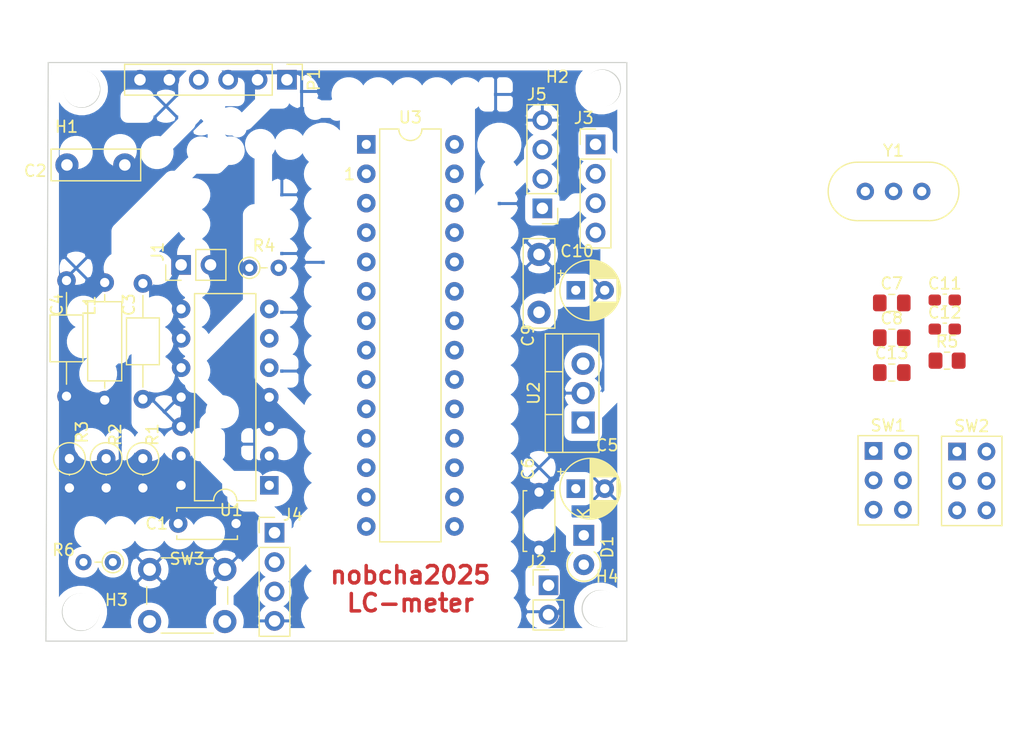
<source format=kicad_pcb>
(kicad_pcb (version 20221018) (generator pcbnew)
  (title_block (date "jeu. 02 avril 2015"))
  (layers (0 "F.Cu" signal) (31 "B.Cu" signal) (34 "B.Paste" user) (35 "F.Paste" user) (36 "B.SilkS" user "B.Silkscreen") (37 "F.SilkS" user "F.Silkscreen") (38 "B.Mask" user) (39 "F.Mask" user) (44 "Edge.Cuts" user))
  (net 0 "")
  (net 1 "/1(Tx)")
  (net 2 "/0(Rx)")
  (net 3 "/Reset")
  (net 4 "GND")
  (net 5 "/2")
  (net 6 "/3(**)")
  (net 7 "/4")
  (net 8 "/5(**)")
  (net 9 "/6(**)")
  (net 10 "/7")
  (net 11 "/8")
  (net 12 "/9(**)")
  (net 13 "Net-(D1-K)")
  (net 14 "/Vin")
  (net 15 "+5V")
  (net 16 "/A5")
  (net 17 "/A4")
  (net 18 "/A3")
  (net 19 "/A2")
  (net 20 "/A1")
  (net 21 "/A0")
  (net 22 "/13(SCK)")
  (net 23 "Net-(SW1A-A)")
  (net 24 "Net-(J3-Pin_4)")
  (net 25 "Net-(D1-A)")
  (net 26 "/12(MISO)")
  (net 27 "Net-(SW1A-C)")
  (net 28 "Net-(R1-Pad1)")
  (net 29 "/10(**{slash}SS)")
  (net 30 "/11(**{slash}MOSI)")
  (net 34 "Net-(U3-AREF)")
  (net 35 "VCC")
  (net 36 "Net-(U3-XTAL2{slash}PB7)")
  (net 37 "Net-(U3-XTAL1{slash}PB6)")
  (net 38 "/DTR")
  (net 39 "/A4(SDA)")
  (net 40 "/A5(SCL)")
  (net 41 "Net-(C2-Pad2)")
  (net 42 "Net-(C3-Pad1)")
  (net 43 "Net-(J1-Pin_1)")
  (net 44 "Net-(R2-Pad1)")
  (footprint "Resistor_THT:R_Axial_DIN0207_L6.3mm_D2.5mm_P2.54mm_Vertical" (layer "F.Cu") (at 123.882 95.823 -90)
    (fp_text reference "R1" (at -2.065 -0.819 270) (layer "F.SilkS"))
    (fp_text value "1M")
    (pad "1" thru_hole circle (at 0 0 270) (size 1.6 1.6) (drill 0.8) (layers "*.Cu" "*.Mask") (net 28 "Net-(R1-Pad1)"))
    (pad "2" thru_hole oval (at 2.54 0 270) (size 1.6 1.6) (drill 0.8) (layers "*.Cu" "*.Mask") (net 41 "Net-(C2-Pad2)"))
  )
  (footprint "Package_TO_SOT_THT:TO-220-3_Vertical" (layer "F.Cu") (at 161.925 92.71 90)
    (fp_text reference "U2" (at 2.54 -4.27 90) (layer "F.SilkS"))
    (fp_text value "LM78M05_TO220")
    (pad "1" thru_hole rect (at 0 0 90) (size 1.905 2) (drill 1.1) (layers "*.Cu" "*.Mask") (net 13 "Net-(D1-K)"))
    (pad "2" thru_hole oval (at 2.54 0 90) (size 1.905 2) (drill 1.1) (layers "*.Cu" "*.Mask") (net 4 "GND"))
    (pad "3" thru_hole oval (at 5.08 0 90) (size 1.905 2) (drill 1.1) (layers "*.Cu" "*.Mask") (net 24 "Net-(J3-Pin_4)"))
  )
  (footprint "Package_DIP:DIP-14_W7.62mm" (layer "F.Cu") (at 134.804 98.138 180)
    (fp_text reference "U1" (at 3.29 -2.135 180) (layer "F.SilkS"))
    (fp_text value "74HCU04")
    (pad "1" thru_hole rect (at 0 0 180) (size 1.6 1.6) (drill 0.8) (layers "*.Cu" "*.Mask") (net 4 "GND"))
    (pad "2" thru_hole oval (at 0 2.54 180) (size 1.6 1.6) (drill 0.8) (layers "*.Cu" "*.Mask"))
    (pad "3" thru_hole oval (at 0 5.08 180) (size 1.6 1.6) (drill 0.8) (layers "*.Cu" "*.Mask") (net 4 "GND"))
    (pad "4" thru_hole oval (at 0 7.62 180) (size 1.6 1.6) (drill 0.8) (layers "*.Cu" "*.Mask"))
    (pad "5" thru_hole oval (at 0 10.16 180) (size 1.6 1.6) (drill 0.8) (layers "*.Cu" "*.Mask") (net 4 "GND"))
    (pad "6" thru_hole oval (at 0 12.7 180) (size 1.6 1.6) (drill 0.8) (layers "*.Cu" "*.Mask"))
    (pad "7" thru_hole oval (at 0 15.24 180) (size 1.6 1.6) (drill 0.8) (layers "*.Cu" "*.Mask") (net 4 "GND"))
    (pad "8" thru_hole oval (at 7.62 15.24 180) (size 1.6 1.6) (drill 0.8) (layers "*.Cu" "*.Mask") (net 8 "/5(**)"))
    (pad "9" thru_hole oval (at 7.62 12.7 180) (size 1.6 1.6) (drill 0.8) (layers "*.Cu" "*.Mask") (net 44 "Net-(R2-Pad1)"))
    (pad "10" thru_hole oval (at 7.62 10.16 180) (size 1.6 1.6) (drill 0.8) (layers "*.Cu" "*.Mask") (net 44 "Net-(R2-Pad1)"))
    (pad "11" thru_hole oval (at 7.62 7.62 180) (size 1.6 1.6) (drill 0.8) (layers "*.Cu" "*.Mask") (net 28 "Net-(R1-Pad1)"))
    (pad "12" thru_hole oval (at 7.62 5.08 180) (size 1.6 1.6) (drill 0.8) (layers "*.Cu" "*.Mask") (net 28 "Net-(R1-Pad1)"))
    (pad "13" thru_hole oval (at 7.62 2.54 180) (size 1.6 1.6) (drill 0.8) (layers "*.Cu" "*.Mask") (net 41 "Net-(C2-Pad2)"))
    (pad "14" thru_hole oval (at 7.62 0 180) (size 1.6 1.6) (drill 0.8) (layers "*.Cu" "*.Mask") (net 15 "+5V"))
  )
  (footprint "Inductor_THT:L_Axial_L6.6mm_D2.7mm_P10.16mm_Horizontal_Vishay_IM-2" (layer "F.Cu") (at 120.58 90.772 90)
    (fp_text reference "L1" (at 8.161 -1.32 90) (layer "F.SilkS"))
    (fp_text value "22u")
    (pad "1" thru_hole circle (at 0 0 90) (size 1.6 1.6) (drill 0.8) (layers "*.Cu" "*.Mask") (net 27 "Net-(SW1A-C)"))
    (pad "2" thru_hole oval (at 10.16 0 90) (size 1.6 1.6) (drill 0.8) (layers "*.Cu" "*.Mask") (net 23 "Net-(SW1A-A)"))
  )
  (footprint "Capacitor_THT:C_Disc_D7.5mm_W2.5mm_P5.00mm" (layer "F.Cu") (at 158.115 83.185 90)
    (fp_text reference "C9" (at -1.999 -0.959 90) (layer "F.SilkS"))
    (fp_text value "0.1u")
    (pad "1" thru_hole circle (at 0 0 90) (size 2 2) (drill 1) (layers "*.Cu" "*.Mask") (net 24 "Net-(J3-Pin_4)"))
    (pad "2" thru_hole circle (at 5 0 90) (size 2 2) (drill 1) (layers "*.Cu" "*.Mask") (net 4 "GND"))
  )
  (footprint "Capacitor_THT:C_Disc_D7.5mm_W2.5mm_P5.00mm" (layer "F.Cu") (at 117.318 70.452)
    (fp_text reference "C2" (at -2.737 0.508) (layer "F.SilkS"))
    (fp_text value "0.1u")
    (pad "1" thru_hole circle (at 0 0) (size 2 2) (drill 1) (layers "*.Cu" "*.Mask") (net 23 "Net-(SW1A-A)"))
    (pad "2" thru_hole circle (at 5 0) (size 2 2) (drill 1) (layers "*.Cu" "*.Mask") (net 41 "Net-(C2-Pad2)"))
  )
  (footprint "Capacitor_THT:C_Disc_D5.0mm_W2.5mm_P5.00mm" (layer "F.Cu") (at 131.93 101.44 180)
    (fp_text reference "C1" (at 6.858 0 180) (layer "F.SilkS"))
    (fp_text value "0.1u")
    (pad "1" thru_hole circle (at 0 0 180) (size 1.6 1.6) (drill 0.8) (layers "*.Cu" "*.Mask") (net 15 "+5V"))
    (pad "2" thru_hole circle (at 5 0 180) (size 1.6 1.6) (drill 0.8) (layers "*.Cu" "*.Mask") (net 4 "GND"))
  )
  (footprint "Capacitor_THT:C_Disc_D5.0mm_W2.5mm_P5.00mm" (layer "F.Cu") (at 158.115 103.726 90)
    (fp_text reference "C6" (at 7.018 -0.959 90) (layer "F.SilkS"))
    (fp_text value "0.1u")
    (pad "1" thru_hole circle (at 0 0 90) (size 1.6 1.6) (drill 0.8) (layers "*.Cu" "*.Mask") (net 13 "Net-(D1-K)"))
    (pad "2" thru_hole circle (at 5 0 90) (size 1.6 1.6) (drill 0.8) (layers "*.Cu" "*.Mask") (net 4 "GND"))
  )
  (footprint "Capacitor_THT:C_Axial_L3.8mm_D2.6mm_P10.00mm_Horizontal" (layer "F.Cu") (at 123.882 90.692 90)
    (fp_text reference "C3" (at 8.161 -1.213 90) (layer "F.SilkS"))
    (fp_text value "1000p")
    (pad "1" thru_hole circle (at 0 0 90) (size 1.6 1.6) (drill 0.8) (layers "*.Cu" "*.Mask") (net 42 "Net-(C3-Pad1)"))
    (pad "2" thru_hole oval (at 10 0 90) (size 1.6 1.6) (drill 0.8) (layers "*.Cu" "*.Mask") (net 23 "Net-(SW1A-A)"))
  )
  (footprint "Capacitor_THT:CP_Radial_D5.0mm_P2.50mm" (layer "F.Cu") (at 161.29 98.425)
    (fp_text reference "C5" (at 2.71 -3.75) (layer "F.SilkS"))
    (fp_text value "10u")
    (pad "1" thru_hole rect (at 0 0) (size 1.6 1.6) (drill 0.8) (layers "*.Cu" "*.Mask") (net 13 "Net-(D1-K)"))
    (pad "2" thru_hole circle (at 2.5 0) (size 1.6 1.6) (drill 0.8) (layers "*.Cu" "*.Mask") (net 4 "GND"))
  )
  (footprint "Capacitor_THT:CP_Radial_D5.0mm_P2.50mm" (layer "F.Cu") (at 161.29 81.28)
    (fp_text reference "C10" (at 0.11 -3.38) (layer "F.SilkS"))
    (fp_text value "10u")
    (pad "1" thru_hole rect (at 0 0) (size 1.6 1.6) (drill 0.8) (layers "*.Cu" "*.Mask") (net 24 "Net-(J3-Pin_4)"))
    (pad "2" thru_hole circle (at 2.5 0) (size 1.6 1.6) (drill 0.8) (layers "*.Cu" "*.Mask") (net 4 "GND"))
  )
  (footprint "Button_Switch_THT:SW_PUSH_6mm_H4.3mm" (layer "F.Cu") (at 124.46 105.41)
    (fp_text reference "SW3" (at 3.25 -0.922) (layer "F.SilkS"))
    (fp_text value "RESET")
    (pad "1" thru_hole circle (at 0 0 90) (size 2 2) (drill 1.1) (layers "*.Cu" "*.Mask") (net 4 "GND"))
    (pad "1" thru_hole circle (at 6.5 0 90) (size 2 2) (drill 1.1) (layers "*.Cu" "*.Mask") (net 4 "GND"))
    (pad "2" thru_hole circle (at 0 4.5 90) (size 2 2) (drill 1.1) (layers "*.Cu" "*.Mask") (net 3 "/Reset"))
    (pad "2" thru_hole circle (at 6.5 4.5 90) (size 2 2) (drill 1.1) (layers "*.Cu" "*.Mask") (net 3 "/Reset"))
  )
  (footprint "Capacitor_THT:C_Axial_L3.8mm_D2.6mm_P10.00mm_Horizontal" (layer "F.Cu") (at 117.278 90.438 90)
    (fp_text reference "C4" (at 7.907 -0.832 90) (layer "F.SilkS"))
    (fp_text value "470p")
    (pad "1" thru_hole circle (at 0 0 90) (size 1.6 1.6) (drill 0.8) (layers "*.Cu" "*.Mask") (net 4 "GND"))
    (pad "2" thru_hole oval (at 10 0 90) (size 1.6 1.6) (drill 0.8) (layers "*.Cu" "*.Mask") (net 23 "Net-(SW1A-A)"))
  )
  (footprint "Diode_THT:D_A-405_P2.54mm_Vertical_KathodeUp" (layer "F.Cu") (at 161.982 102.456 -90)
    (fp_text reference "D1" (at 1.016 -2.032 270) (layer "F.SilkS"))
    (fp_text value "1S1588")
    (fp_text user "K" (at -1.9 0 270) (layer "F.SilkS"))
    (pad "1" thru_hole rect (at 0 0 270) (size 1.8 1.8) (drill 0.9) (layers "*.Cu" "*.Mask") (net 13 "Net-(D1-K)"))
    (pad "2" thru_hole oval (at 2.54 0 270) (size 1.8 1.8) (drill 0.9) (layers "*.Cu" "*.Mask") (net 25 "Net-(D1-A)"))
  )
  (footprint "Resistor_THT:R_Axial_DIN0204_L3.6mm_D1.6mm_P2.54mm_Vertical" (layer "F.Cu") (at 133.076 79.342)
    (fp_text reference "R4" (at 1.27 -1.92) (layer "F.SilkS"))
    (fp_text value "10k")
    (pad "1" thru_hole circle (at 0 0) (size 1.4 1.4) (drill 0.7) (layers "*.Cu" "*.Mask") (net 10 "/7"))
    (pad "2" thru_hole oval (at 2.54 0) (size 1.4 1.4) (drill 0.7) (layers "*.Cu" "*.Mask") (net 15 "+5V"))
  )
  (footprint "Connector_PinHeader_2.54mm:PinHeader_1x04_P2.54mm_Vertical" (layer "F.Cu") (at 135.255 102.235)
    (fp_text reference "J4" (at 1.581 -1.557) (layer "F.SilkS"))
    (fp_text value "Conn_i2c LCD")
    (pad "1" thru_hole rect (at 0 0) (size 1.7 1.7) (drill 1) (layers "*.Cu" "*.Mask") (net 15 "+5V"))
    (pad "2" thru_hole oval (at 0 2.54) (size 1.7 1.7) (drill 1) (layers "*.Cu" "*.Mask") (net 16 "/A5"))
    (pad "3" thru_hole oval (at 0 5.08) (size 1.7 1.7) (drill 1) (layers "*.Cu" "*.Mask") (net 17 "/A4"))
    (pad "4" thru_hole oval (at 0 7.62) (size 1.7 1.7) (drill 1) (layers "*.Cu" "*.Mask") (net 4 "GND"))
  )
  (footprint "Connector_PinHeader_2.54mm:PinHeader_1x04_P2.54mm_Vertical" (layer "F.Cu") (at 158.4 74.2 180)
    (fp_text reference "J5" (at 0.482 9.844 180) (layer "F.SilkS"))
    (fp_text value "Conn_i2c LCD2")
    (pad "1" thru_hole rect (at 0 0 180) (size 1.7 1.7) (drill 1) (layers "*.Cu" "*.Mask") (net 15 "+5V"))
    (pad "2" thru_hole oval (at 0 2.54 180) (size 1.7 1.7) (drill 1) (layers "*.Cu" "*.Mask") (net 16 "/A5"))
    (pad "3" thru_hole oval (at 0 5.08 180) (size 1.7 1.7) (drill 1) (layers "*.Cu" "*.Mask") (net 17 "/A4"))
    (pad "4" thru_hole oval (at 0 7.62 180) (size 1.7 1.7) (drill 1) (layers "*.Cu" "*.Mask") (net 4 "GND"))
  )
  (footprint "Connector_PinHeader_2.54mm:PinHeader_1x02_P2.54mm_Vertical" (layer "F.Cu") (at 127.184 79.088 90)
    (fp_text reference "J1" (at 1.135 -2.032 90) (layer "F.SilkS"))
    (fp_text value "TEST")
    (pad "1" thru_hole rect (at 0 0 90) (size 1.7 1.7) (drill 1) (layers "*.Cu" "*.Mask") (net 43 "Net-(J1-Pin_1)"))
    (pad "2" thru_hole oval (at 0 2.54 90) (size 1.7 1.7) (drill 1) (layers "*.Cu" "*.Mask") (net 4 "GND"))
  )
  (footprint "Connector_PinHeader_2.54mm:PinHeader_1x02_P2.54mm_Vertical" (layer "F.Cu") (at 158.934 106.774)
    (fp_text reference "J2" (at -1.016 -2.032) (layer "F.SilkS"))
    (fp_text value "Conn_DC-IN")
    (pad "1" thru_hole rect (at 0 0) (size 1.7 1.7) (drill 1) (layers "*.Cu" "*.Mask") (net 25 "Net-(D1-A)"))
    (pad "2" thru_hole oval (at 0 2.54) (size 1.7 1.7) (drill 1) (layers "*.Cu" "*.Mask") (net 4 "GND"))
  )
  (footprint "Resistor_THT:R_Axial_DIN0207_L6.3mm_D2.5mm_P2.54mm_Vertical" (layer "F.Cu") (at 117.532 95.823 -90)
    (fp_text reference "R3" (at -2.285 -1.073 270) (layer "F.SilkS"))
    (fp_text value "500k")
    (pad "1" thru_hole circle (at 0 0 270) (size 1.6 1.6) (drill 0.8) (layers "*.Cu" "*.Mask") (net 8 "/5(**)"))
    (pad "2" thru_hole oval (at 2.54 0 270) (size 1.6 1.6) (drill 0.8) (layers "*.Cu" "*.Mask") (net 44 "Net-(R2-Pad1)"))
  )
  (footprint "Resistor_THT:R_Axial_DIN0207_L6.3mm_D2.5mm_P2.54mm_Vertical" (layer "F.Cu") (at 120.707 95.823 -90)
    (fp_text reference "R2" (at -2.065 -0.78 270) (layer "F.SilkS"))
    (fp_text value "5.6k")
    (pad "1" thru_hole circle (at 0 0 270) (size 1.6 1.6) (drill 0.8) (layers "*.Cu" "*.Mask") (net 44 "Net-(R2-Pad1)"))
    (pad "2" thru_hole oval (at 2.54 0 270) (size 1.6 1.6) (drill 0.8) (layers "*.Cu" "*.Mask") (net 23 "Net-(SW1A-A)"))
  )
  (footprint "Resistor_THT:R_Axial_DIN0204_L3.6mm_D1.6mm_P2.54mm_Vertical" (layer "F.Cu") (at 121.285 104.775 180)
    (fp_text reference "R6" (at 4.261 1.049 180) (layer "F.SilkS"))
    (fp_text value "10k")
    (pad "1" thru_hole circle (at 0 0 180) (size 1.4 1.4) (drill 0.7) (layers "*.Cu" "*.Mask") (net 15 "+5V"))
    (pad "2" thru_hole oval (at 2.54 0 180) (size 1.4 1.4) (drill 0.7) (layers "*.Cu" "*.Mask") (net 3 "/Reset"))
  )
  (footprint "Connector_PinHeader_2.54mm:PinHeader_1x04_P2.54mm_Vertical" (layer "F.Cu") (at 162.998 68.674)
    (fp_text reference "J3" (at -1.016 -2.286) (layer "F.SilkS"))
    (fp_text value "DC_SEL")
    (pad "1" thru_hole rect (at 0 0) (size 1.7 1.7) (drill 1) (layers "*.Cu" "*.Mask") (net 13 "Net-(D1-K)"))
    (pad "2" thru_hole oval (at 0 2.54) (size 1.7 1.7) (drill 1) (layers "*.Cu" "*.Mask") (net 14 "/Vin"))
    (pad "3" thru_hole oval (at 0 5.08) (size 1.7 1.7) (drill 1) (layers "*.Cu" "*.Mask") (net 15 "+5V"))
    (pad "4" thru_hole oval (at 0 7.62) (size 1.7 1.7) (drill 1) (layers "*.Cu" "*.Mask") (net 24 "Net-(J3-Pin_4)"))
  )
  (footprint "MountingHole:MountingHole_3.2mm_M3" (layer "F.Cu") (at 118.548 63.848)
    (fp_text reference "H1" (at -1.27 3.302) (layer "F.SilkS"))
    (fp_text value "MountingHole3.2")
    (pad "" np_thru_hole circle (at 0 0) (size 3.2 3.2) (drill 3.2) (layers "*.Cu" "*.Mask"))
  )
  (footprint "MountingHole:MountingHole_3.2mm_M3" (layer "F.Cu") (at 163.506 63.848)
    (fp_text reference "H2" (at -3.81 -1.016) (layer "F.SilkS"))
    (fp_text value "MountingHole3.2")
    (pad "" np_thru_hole circle (at 0 0) (size 3.2 3.2) (drill 3.2) (layers "*.Cu" "*.Mask"))
  )
  (footprint "MountingHole:MountingHole_3.2mm_M3" (layer "F.Cu") (at 118.548 109.06)
    (fp_text reference "H3" (at 3.048 -1.016) (layer "F.SilkS"))
    (fp_text value "MountingHole3.2")
    (pad "" np_thru_hole circle (at 0 0) (size 3.2 3.2) (drill 3.2) (layers "*.Cu" "*.Mask"))
  )
  (footprint "MountingHole:MountingHole_3.2mm_M3" (layer "F.Cu") (at 163.506 108.806)
    (fp_text reference "H4" (at 0.508 -2.794) (layer "F.SilkS"))
    (fp_text value "MountingHole3.2")
    (pad "" np_thru_hole circle (at 0 0) (size 3.2 3.2) (drill 3.2) (layers "*.Cu" "*.Mask"))
  )
  (footprint "Connector_PinHeader_2.54mm:PinHeader_1x06_P2.54mm_Vertical" (layer "F.Cu") (at 136.328 63.086 -90)
    (fp_text reference "P1" (at 0 -2.33 90) (layer "F.SilkS"))
    (fp_text value "COM")
    (pad "1" thru_hole rect (at 0 0 270) (size 1.7 1.7) (drill 1) (layers "*.Cu" "*.Mask") (net 38 "/DTR"))
    (pad "2" thru_hole oval (at 0 2.54 270) (size 1.7 1.7) (drill 1) (layers "*.Cu" "*.Mask") (net 1 "/1(Tx)"))
    (pad "3" thru_hole oval (at 0 5.08 270) (size 1.7 1.7) (drill 1) (layers "*.Cu" "*.Mask") (net 2 "/0(Rx)"))
    (pad "4" thru_hole oval (at 0 7.62 270) (size 1.7 1.7) (drill 1) (layers "*.Cu" "*.Mask") (net 35 "VCC"))
    (pad "5" thru_hole oval (at 0 10.16 270) (size 1.7 1.7) (drill 1) (layers "*.Cu" "*.Mask") (net 4 "GND"))
    (pad "6" thru_hole oval (at 0 12.7 270) (size 1.7 1.7) (drill 1) (layers "*.Cu" "*.Mask") (net 4 "GND"))
  )
  (footprint "Resistor_SMD:R_0805_2012Metric_Pad1.20x1.40mm_HandSolder" (layer "F.Cu") (at 193.378 87.364)
    (fp_text reference "R5" (at 0 -1.65) (layer "F.SilkS"))
    (fp_text value "10k")
    (pad "1" smd roundrect (at -1 0) (size 1.2 1.4) (layers "F.Cu" "F.Paste" "F.Mask") (roundrect_rratio 0.208333) (net 35 "VCC"))
    (pad "2" smd roundrect (at 1 0) (size 1.2 1.4) (layers "F.Cu" "F.Paste" "F.Mask") (roundrect_rratio 0.208333) (net 3 "/Reset"))
  )
  (footprint "Package_DIP:DIP-28_W7.62mm" (layer "F.Cu") (at 143.186 68.674)
    (fp_text reference "U3" (at 3.81 -2.33) (layer "F.SilkS"))
    (fp_text value "ATmega328P-PU")
    (pad "1" thru_hole rect (at 0 0) (size 1.6 1.6) (drill 0.8) (layers "*.Cu" "*.Mask") (net 3 "/Reset"))
    (pad "2" thru_hole oval (at 0 2.54) (size 1.6 1.6) (drill 0.8) (layers "*.Cu" "*.Mask") (net 2 "/0(Rx)"))
    (pad "3" thru_hole oval (at 0 5.08) (size 1.6 1.6) (drill 0.8) (layers "*.Cu" "*.Mask") (net 1 "/1(Tx)"))
    (pad "4" thru_hole oval (at 0 7.62) (size 1.6 1.6) (drill 0.8) (layers "*.Cu" "*.Mask") (net 5 "/2"))
    (pad "5" thru_hole oval (at 0 10.16) (size 1.6 1.6) (drill 0.8) (layers "*.Cu" "*.Mask") (net 6 "/3(**)"))
    (pad "6" thru_hole oval (at 0 12.7) (size 1.6 1.6) (drill 0.8) (layers "*.Cu" "*.Mask") (net 7 "/4"))
    (pad "7" thru_hole oval (at 0 15.24) (size 1.6 1.6) (drill 0.8) (layers "*.Cu" "*.Mask") (net 35 "VCC"))
    (pad "8" thru_hole oval (at 0 17.78) (size 1.6 1.6) (drill 0.8) (layers "*.Cu" "*.Mask") (net 4 "GND"))
    (pad "9" thru_hole oval (at 0 20.32) (size 1.6 1.6) (drill 0.8) (layers "*.Cu" "*.Mask") (net 37 "Net-(U3-XTAL1{slash}PB6)"))
    (pad "10" thru_hole oval (at 0 22.86) (size 1.6 1.6) (drill 0.8) (layers "*.Cu" "*.Mask") (net 36 "Net-(U3-XTAL2{slash}PB7)"))
    (pad "11" thru_hole oval (at 0 25.4) (size 1.6 1.6) (drill 0.8) (layers "*.Cu" "*.Mask") (net 8 "/5(**)"))
    (pad "12" thru_hole oval (at 0 27.94) (size 1.6 1.6) (drill 0.8) (layers "*.Cu" "*.Mask") (net 9 "/6(**)"))
    (pad "13" thru_hole oval (at 0 30.48) (size 1.6 1.6) (drill 0.8) (layers "*.Cu" "*.Mask") (net 10 "/7"))
    (pad "14" thru_hole oval (at 0 33.02) (size 1.6 1.6) (drill 0.8) (layers "*.Cu" "*.Mask") (net 11 "/8"))
    (pad "15" thru_hole oval (at 7.62 33.02) (size 1.6 1.6) (drill 0.8) (layers "*.Cu" "*.Mask") (net 12 "/9(**)"))
    (pad "16" thru_hole oval (at 7.62 30.48) (size 1.6 1.6) (drill 0.8) (layers "*.Cu" "*.Mask") (net 29 "/10(**{slash}SS)"))
    (pad "17" thru_hole oval (at 7.62 27.94) (size 1.6 1.6) (drill 0.8) (layers "*.Cu" "*.Mask") (net 30 "/11(**{slash}MOSI)"))
    (pad "18" thru_hole oval (at 7.62 25.4) (size 1.6 1.6) (drill 0.8) (layers "*.Cu" "*.Mask") (net 26 "/12(MISO)"))
    (pad "19" thru_hole oval (at 7.62 22.86) (size 1.6 1.6) (drill 0.8) (layers "*.Cu" "*.Mask") (net 22 "/13(SCK)"))
    (pad "20" thru_hole oval (at 7.62 20.32) (size 1.6 1.6) (drill 0.8) (layers "*.Cu" "*.Mask") (net 35 "VCC"))
    (pad "21" thru_hole oval (at 7.62 17.78) (size 1.6 1.6) (drill 0.8) (layers "*.Cu" "*.Mask") (net 34 "Net-(U3-AREF)"))
    (pad "22" thru_hole oval (at 7.62 15.24) (size 1.6 1.6) (drill 0.8) (layers "*.Cu" "*.Mask") (net 4 "GND"))
    (pad "23" thru_hole oval (at 7.62 12.7) (size 1.6 1.6) (drill 0.8) (layers "*.Cu" "*.Mask") (net 21 "/A0"))
    (pad "24" thru_hole oval (at 7.62 10.16) (size 1.6 1.6) (drill 0.8) (layers "*.Cu" "*.Mask") (net 20 "/A1"))
    (pad "25" thru_hole oval (at 7.62 7.62) (size 1.6 1.6) (drill 0.8) (layers "*.Cu" "*.Mask") (net 19 "/A2"))
    (pad "26" thru_hole oval (at 7.62 5.08) (size 1.6 1.6) (drill 0.8) (layers "*.Cu" "*.Mask") (net 18 "/A3"))
    (pad "27" thru_hole oval (at 7.62 2.54) (size 1.6 1.6) (drill 0.8) (layers "*.Cu" "*.Mask") (net 39 "/A4(SDA)"))
    (pad "28" thru_hole oval (at 7.62 0) (size 1.6 1.6) (drill 0.8) (layers "*.Cu" "*.Mask") (net 40 "/A5(SCL)"))
  )
  (footprint "Capacitor_SMD:C_0603_1608Metric_Pad1.08x0.95mm_HandSolder" (layer "F.Cu") (at 193.178 82.124)
    (fp_text reference "C11" (at 0 -1.43) (layer "F.SilkS"))
    (fp_text value "20p")
    (pad "1" smd roundrect (at -0.8625 0) (size 1.075 0.95) (layers "F.Cu" "F.Paste" "F.Mask") (net 36 "Net-(U3-XTAL2{slash}PB7)"))
    (pad "2" smd roundrect (at 0.8625 0) (size 1.075 0.95) (layers "F.Cu" "F.Paste" "F.Mask") (net 4 "GND"))
  )
  (footprint "Capacitor_SMD:C_0805_2012Metric_Pad1.18x1.45mm_HandSolder" (layer "F.Cu") (at 188.598 88.394)
    (fp_text reference "C13" (at 0 -1.68) (layer "F.SilkS"))
    (fp_text value "0.1u")
    (pad "1" smd roundrect (at -1.0375 0) (size 1.175 1.45) (layers "F.Cu" "F.Paste" "F.Mask") (roundrect_rratio 0.212766) (net 3 "/Reset"))
    (pad "2" smd roundrect (at 1.0375 0) (size 1.175 1.45) (layers "F.Cu" "F.Paste" "F.Mask") (roundrect_rratio 0.212766) (net 38 "/DTR"))
  )
  (footprint "Button_Switch_THT:SW_NKK_G1xJP" (layer "F.Cu") (at 194.24 95.217)
    (fp_text reference "SW2" (at 1.27 -2.2) (layer "F.SilkS"))
    (fp_text value "SW_DIP_x02")
    (pad "1" thru_hole rect (at 0 0) (size 1.524 1.524) (drill 0.8128) (layers "*.Cu" "*.Mask") (net 9 "/6(**)"))
    (pad "2" thru_hole circle (at 0 2.54) (size 1.524 1.524) (drill 0.8128) (layers "*.Cu" "*.Mask") (net 42 "Net-(C3-Pad1)"))
    (pad "3" thru_hole circle (at 0 5.08) (size 1.524 1.524) (drill 0.8128) (layers "*.Cu" "*.Mask") (net 4 "GND"))
    (pad "4" thru_hole circle (at 2.54 5.08) (size 1.524 1.524) (drill 0.8128) (layers "*.Cu" "*.Mask") (net 4 "GND"))
    (pad "5" thru_hole circle (at 2.54 2.54) (size 1.524 1.524) (drill 0.8128) (layers "*.Cu" "*.Mask"))
    (pad "6" thru_hole circle (at 2.54 0) (size 1.524 1.524) (drill 0.8128) (layers "*.Cu" "*.Mask"))
  )
  (footprint "Capacitor_SMD:C_0805_2012Metric_Pad1.18x1.45mm_HandSolder" (layer "F.Cu") (at 188.598 82.374)
    (fp_text reference "C7" (at 0 -1.68) (layer "F.SilkS"))
    (fp_text value "0.1u")
    (pad "1" smd roundrect (at -1.0375 0) (size 1.175 1.45) (layers "F.Cu" "F.Paste" "F.Mask") (roundrect_rratio 0.212766) (net 4 "GND"))
    (pad "2" smd roundrect (at 1.0375 0) (size 1.175 1.45) (layers "F.Cu" "F.Paste" "F.Mask") (roundrect_rratio 0.212766) (net 34 "Net-(U3-AREF)"))
  )
  (footprint "Crystal:Crystal_HC49-U-3Pin_Vertical" (layer "F.Cu") (at 186.312 72.738)
    (fp_text reference "Y1" (at 2.44 -3.525) (layer "F.SilkS"))
    (fp_text value "16MHz")
    (pad "1" thru_hole circle (at 0 0) (size 1.5 1.5) (drill 0.8) (layers "*.Cu" "*.Mask") (net 36 "Net-(U3-XTAL2{slash}PB7)"))
    (pad "2" thru_hole circle (at 2.44 0) (size 1.5 1.5) (drill 0.8) (layers "*.Cu" "*.Mask") (net 4 "GND"))
    (pad "3" thru_hole circle (at 4.88 0) (size 1.5 1.5) (drill 0.8) (layers "*.Cu" "*.Mask") (net 37 "Net-(U3-XTAL1{slash}PB6)"))
  )
  (footprint "Capacitor_SMD:C_0603_1608Metric_Pad1.08x0.95mm_HandSolder" (layer "F.Cu") (at 193.178 84.634)
    (fp_text reference "C12" (at 0 -1.43) (layer "F.SilkS"))
    (fp_text value "20p")
    (pad "1" smd roundrect (at -0.8625 0) (size 1.075 0.95) (layers "F.Cu" "F.Paste" "F.Mask") (net 37 "Net-(U3-XTAL1{slash}PB6)"))
    (pad "2" smd roundrect (at 0.8625 0) (size 1.075 0.95) (layers "F.Cu" "F.Paste" "F.Mask") (net 4 "GND"))
  )
  (footprint "Capacitor_SMD:C_0805_2012Metric_Pad1.18x1.45mm_HandSolder" (layer "F.Cu") (at 188.598 85.384)
    (fp_text reference "C8" (at 0 -1.68) (layer "F.SilkS"))
    (fp_text value "0.1u")
    (pad "1" smd roundrect (at -1.0375 0) (size 1.175 1.45) (layers "F.Cu" "F.Paste" "F.Mask") (roundrect_rratio 0.212766) (net 4 "GND"))
    (pad "2" smd roundrect (at 1.0375 0) (size 1.175 1.45) (layers "F.Cu" "F.Paste" "F.Mask") (roundrect_rratio 0.212766) (net 35 "VCC"))
  )
  (footprint "Button_Switch_THT:SW_NKK_G1xJP" (layer "F.Cu") (at 187.021 95.164)
    (fp_text reference "SW1" (at 1.27 -2.2) (layer "F.SilkS"))
    (fp_text value "SW_DPDT_x2")
    (pad "1" thru_hole rect (at 0 0) (size 1.524 1.524) (drill 0.8128) (layers "*.Cu" "*.Mask") (net 23 "Net-(SW1A-A)"))
    (pad "2" thru_hole circle (at 0 2.54) (size 1.524 1.524) (drill 0.8128) (layers "*.Cu" "*.Mask") (net 43 "Net-(J1-Pin_1)"))
    (pad "3" thru_hole circle (at 0 5.08) (size 1.524 1.524) (drill 0.8128) (layers "*.Cu" "*.Mask") (net 27 "Net-(SW1A-C)"))
    (pad "4" thru_hole circle (at 2.54 5.08) (size 1.524 1.524) (drill 0.8128) (layers "*.Cu" "*.Mask") (net 27 "Net-(SW1A-C)"))
    (pad "5" thru_hole circle (at 2.54 2.54) (size 1.524 1.524) (drill 0.8128) (layers "*.Cu" "*.Mask") (net 4 "GND"))
    (pad "6" thru_hole circle (at 2.54 0) (size 1.524 1.524) (drill 0.8128) (layers "*.Cu" "*.Mask") (net 10 "/7"))
  )
  (gr_line (start 115.7 61.6) (end 165.7 61.6) (stroke (width 0.1)) (layer "Edge.Cuts"))
  (gr_line (start 115.5 111.6) (end 115.5 111.6) (stroke (width 0.1)) (layer "Edge.Cuts"))
  (gr_circle (center 163.4 108.8) (end 164.4 110) (stroke (width 0.1)) (fill none) (layer "Edge.Cuts"))
  (gr_line (start 165.7 61.6) (end 165.7 111.6) (stroke (width 0.1)) (layer "Edge.Cuts"))
  (gr_line (start 115.5 111.6) (end 115.7 61.6) (stroke (width 0.1)) (layer "Edge.Cuts"))
  (gr_circle (center 118.6 63.9) (end 119.8 64.9) (stroke (width 0.1)) (fill none) (layer "Edge.Cuts"))
  (gr_circle (center 118.5 109.1) (end 119.4 110.4) (stroke (width 0.1)) (fill none) (layer "Edge.Cuts"))
  (gr_line (start 165.7 111.6) (end 115.5 111.6) (stroke (width 0.1)) (layer "Edge.Cuts"))
  (gr_circle (center 163.6 63.8) (end 164.7 64.9) (stroke (width 0.1)) (fill none) (layer "Edge.Cuts"))
  (gr_text "nobcha2025\nLC-meter\n" (at 147 107.1) (layer "F.Cu") (effects (font (size 1.5 1.5) (thickness 0.3))))
  (gr_text "1" (at 141.732 71.247) (layer "F.SilkS") (effects (font (size 1 1))))
  (zone (net 4) (net_name "GND") (layer "B.Cu") (connect_pads (clearance 0.508)) (min_thickness 0.254) (fill yes (thermal_gap 0.508) (thermal_bridge_width 0.508))
    (polygon (pts (xy 165 110.6) (xy 116.5 110.6) (xy 116.5 62.1) (xy 165 62.1)))
  )
)
</source>
